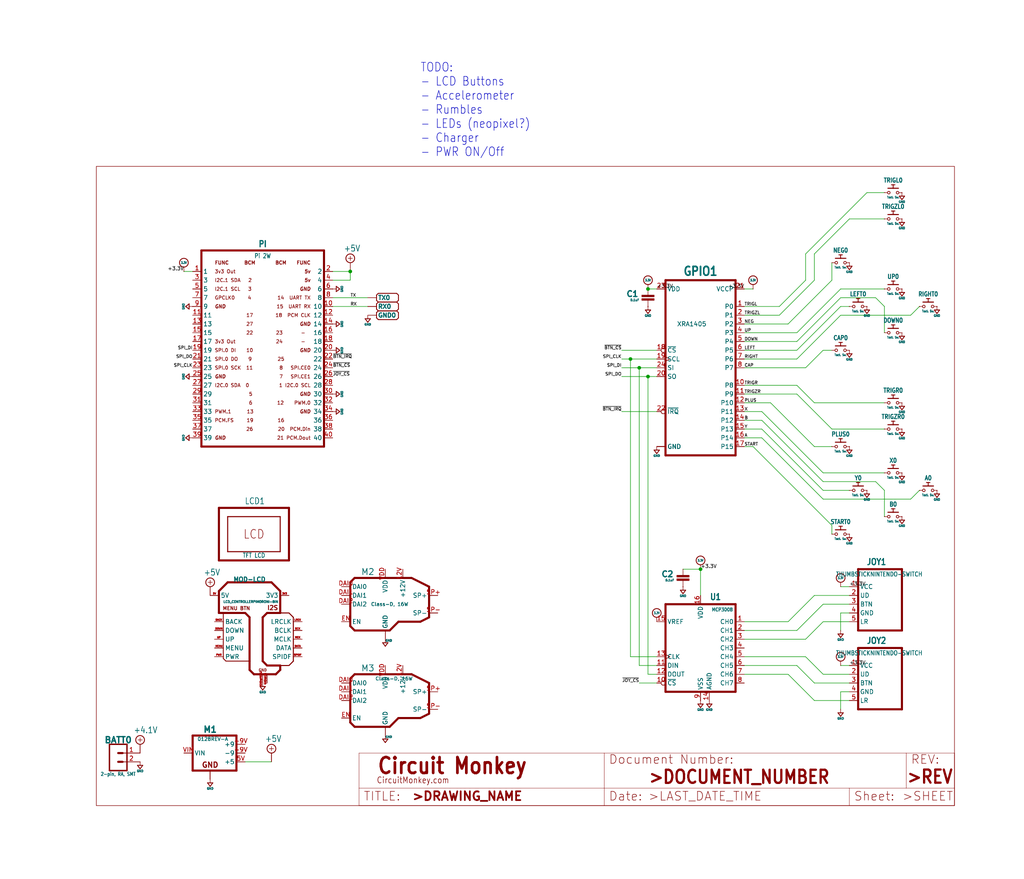
<source format=kicad_sch>
(kicad_sch (version 20211123) (generator eeschema)
  (paper "User" 297.028 254.94)
  (lib_symbols
    (symbol "umami-blade-eagle-import:+4.1V" (power)
      (property "Value" "+4.1V" (at -1.905 3.175 0))
      (symbol "+4.1V_1_0"
        (pin power_in line (at 0 -2.54 90) (length 2.54) (name "+4.1V") (number "1"))
      )
    )
    (symbol "umami-blade-eagle-import:+5V" (power)
      (property "Value" "+5V" (at -1.905 3.175 0))
      (symbol "+5V_1_0"
        (pin power_in line (at 0 -2.54 90) (length 2.54) (name "+5V") (number "1"))
      )
    )
    (symbol "umami-blade-eagle-import:0123REV-A"
      (property "Reference" "M" (at -3.048 8.382 0))
      (property "Value" "0123REV-A" (at 2.54 6.35 0))
      (symbol "0123REV-A_1_0"
        (pin bidirectional line (at 5.08 10.16 270) (length 2.54) (name "+12V") (number "12V"))
        (pin bidirectional line (at -12.7 5.08 0) (length 2.54) (name "DAI0") (number "DAI0"))
        (pin bidirectional line (at -12.7 2.54 0) (length 2.54) (name "DAI1") (number "DAI1"))
        (pin bidirectional line (at -12.7 0 0) (length 2.54) (name "DAI2") (number "DAI2"))
        (pin bidirectional line (at -12.7 -5.08 0) (length 2.54) (name "EN") (number "EN"))
        (pin bidirectional line (at 0 -10.16 90) (length 2.54) (name "GND") (number "GND"))
        (pin bidirectional line (at 0 -10.16 90) (length 2.54) (name "GND") (number "GND2"))
        (pin bidirectional line (at 15.24 2.54 180) (length 2.54) (name "SP+") (number "SP+"))
        (pin bidirectional line (at 15.24 -2.54 180) (length 2.54) (name "SP-") (number "SP-"))
        (pin bidirectional line (at 0 10.16 270) (length 2.54) (name "VDD") (number "VDD"))
      )
    )
    (symbol "umami-blade-eagle-import:0128REV-A"
      (property "Reference" "M" (at 0 9.398 0))
      (property "Value" "0128REV-A" (at 0.762 6.604 0))
      (symbol "0128REV-A_1_0"
        (text "GND" (at 0 -1.778 0) (effects (font (size 1.524 1.524) (thickness 0.3048) bold) (justify bottom)))
        (pin bidirectional line (at 10.16 5.08 180) (length 2.54) (name "+9") (number "+9V"))
        (pin bidirectional line (at 10.16 2.54 180) (length 2.54) (name "-9") (number "-9V"))
        (pin bidirectional line (at 10.16 0 180) (length 2.54) (name "+5") (number "5V"))
        (pin bidirectional line (at 0 -5.08 90) (length 2.54) (name "GND") (number "GNDI"))
        (pin bidirectional line (at 0 -5.08 90) (length 2.54) (name "GND") (number "GNDO"))
        (pin bidirectional line (at -7.62 2.54 0) (length 2.54) (name "VIN") (number "VIN"))
      )
    )
    (symbol "umami-blade-eagle-import:02PRA-SMT"
      (property "Reference" "J" (at 1.27 3.81 0))
      (property "Value" "02PRA-SMT" (at 1.27 -6.096 0))
      (symbol "02PRA-SMT_1_0"
        (pin passive line (at 7.62 0 180) (length 5.08) (name "1") (number "1"))
        (pin passive line (at 7.62 -2.54 180) (length 5.08) (name "2") (number "2"))
      )
    )
    (symbol "umami-blade-eagle-import:3.3V" (power)
      (property "Value" "3.3V" (at 0 2.54 0))
      (symbol "3.3V_1_0"
        (pin power_in line (at 0 0 90) (length 0) (name "+3.3V") (number "1"))
      )
    )
    (symbol "umami-blade-eagle-import:CAPACITOR0603"
      (property "Reference" "C" (at 2.54 0 0))
      (property "Value" "CAPACITOR0603" (at 2.54 -1.016 0))
      (symbol "CAPACITOR0603_1_0"
        (pin passive line (at 0 2.54 0) (length 0) (name "1") (number "1"))
        (pin passive line (at 0 -2.54 0) (length 0) (name "2") (number "2"))
      )
    )
    (symbol "umami-blade-eagle-import:GND" (power)
      (property "Value" "GND" (at 0 -2.667 0))
      (symbol "GND_1_0"
        (pin power_in line (at 0 0 270) (length 0) (name "GND") (number "1"))
      )
    )
    (symbol "umami-blade-eagle-import:LCD_CONTROLLERPIMORONI-8IN"
      (property "Reference" "MOD1" (at -1.27 6.35 0))
      (property "Value" "LCD_CONTROLLERPIMORONI-8IN" (at -0.9178 0.3277 0))
      (symbol "LCD_CONTROLLERPIMORONI-8IN_1_0"
        (text "GND" (at 2.54 -19.558 0) (effects (font (size 0.762 0.762) (thickness 0.1524) bold) (justify bottom)))
        (text "I2S" (at 7.112 -1.778 0) (effects (font (size 1.27 1.27) (thickness 0.254) bold) (justify right bottom)))
        (text "MENU BTN" (at -5.08 -1.778 0) (effects (font (size 1.016 1.016) (thickness 0.2032) bold) (justify bottom)))
        (pin output line (at 10.16 2.54 180) (length 2.54) (name "3V3") (number "3V3"))
        (pin power_in line (at -12.7 2.54 0) (length 2.54) (name "5V") (number "5V"))
        (pin input line (at -11.43 -5.08 0) (length 2.54) (name "BACK") (number "BACK"))
        (pin output line (at 13.97 -7.62 180) (length 2.54) (name "BCLK") (number "BCK"))
        (pin output line (at 13.97 -12.7 180) (length 2.54) (name "DATA") (number "DATA"))
        (pin input line (at -11.43 -7.62 0) (length 2.54) (name "DOWN") (number "DOWN"))
        (pin bidirectional line (at 3.81 -22.86 90) (length 2.54) (name "GND") (number "GND@I2S"))
        (pin bidirectional line (at 2.54 -22.86 90) (length 2.54) (name "GND") (number "GND@MENU"))
        (pin output line (at 13.97 -5.08 180) (length 2.54) (name "LRCLK") (number "LRCK"))
        (pin output line (at 13.97 -10.16 180) (length 2.54) (name "MCLK") (number "MCK"))
        (pin input line (at -11.43 -12.7 0) (length 2.54) (name "MENU") (number "MENU"))
        (pin input line (at -11.43 -15.24 0) (length 2.54) (name "PWR") (number "PWR"))
        (pin output line (at 13.97 -15.24 180) (length 2.54) (name "SPIDF") (number "SPIDF"))
        (pin input line (at -11.43 -10.16 0) (length 2.54) (name "UP") (number "UP"))
      )
    )
    (symbol "umami-blade-eagle-import:LCD_MOCKUPPIM372"
      (property "Reference" "LCD" (at 0.254 8.636 0))
      (property "Value" "LCD_MOCKUPPIM372" (at 0 -6.858 0))
      (symbol "LCD_MOCKUPPIM372_1_0"
        (text "LCD" (at 0 0 0) (effects (font (size 2.54 2.159))))
      )
    )
    (symbol "umami-blade-eagle-import:LETTER_L-CIRCUITMONKEY"
      (symbol "LETTER_L-CIRCUITMONKEY_2_0"
        (text ">DOCUMENT_NUMBER" (at 12.7 6.096 0) (effects (font (size 3.81 3.2385) (thickness 0.6477) bold) (justify left bottom)))
        (text ">DRAWING_NAME" (at -55.88 1.27 0) (effects (font (size 2.54 2.54) (thickness 0.508) bold) (justify left bottom)))
        (text ">LAST_DATE_TIME" (at 12.7 1.27 0) (effects (font (size 2.54 2.54)) (justify left bottom)))
        (text ">REV" (at 94.488 8.382 0) (effects (font (size 3.81 3.2385) (thickness 0.6477) bold)))
        (text ">SHEET" (at 86.36 1.27 0) (effects (font (size 2.54 2.54)) (justify left bottom)))
        (text "Circuit Monkey" (at -66.04 8.89 0) (effects (font (size 4.572 3.8862) (thickness 0.7772) bold) (justify left bottom)))
        (text "CircuitMonkey.com" (at -66.04 6.35 0) (effects (font (size 1.778 1.5113)) (justify left bottom)))
        (text "Date:" (at 1.27 1.27 0) (effects (font (size 2.54 2.54)) (justify left bottom)))
        (text "Document Number:" (at 1.27 11.938 0) (effects (font (size 2.54 2.54)) (justify left bottom)))
        (text "REV:" (at 88.9 11.938 0) (effects (font (size 2.54 2.54)) (justify left bottom)))
        (text "Sheet:" (at 72.39 1.27 0) (effects (font (size 2.54 2.54)) (justify left bottom)))
        (text "TITLE:" (at -69.85 1.27 0) (effects (font (size 2.54 2.54)) (justify left bottom)))
      )
    )
    (symbol "umami-blade-eagle-import:MCP3008SO16"
      (property "Reference" "U" (at 2.54 13.716 0))
      (property "Value" "MCP3008SO16" (at -3.556 2.54 0))
      (symbol "MCP3008SO16_1_0"
        (pin input line (at 12.7 7.62 180) (length 2.54) (name "CH0") (number "1"))
        (pin input inverted (at -12.7 -10.16 0) (length 2.54) (name "~{CS}") (number "10"))
        (pin input line (at -12.7 -5.08 0) (length 2.54) (name "DIN") (number "11"))
        (pin output line (at -12.7 -7.62 0) (length 2.54) (name "DOUT") (number "12"))
        (pin bidirectional clock (at -12.7 -2.54 0) (length 2.54) (name "CLK") (number "13"))
        (pin bidirectional line (at 2.54 -15.24 90) (length 2.54) (name "AGND") (number "14"))
        (pin input line (at -12.7 7.62 0) (length 2.54) (name "VREF") (number "15"))
        (pin bidirectional line (at 0 15.24 270) (length 2.54) (name "VDD") (number "16"))
        (pin input line (at 12.7 5.08 180) (length 2.54) (name "CH1") (number "2"))
        (pin input line (at 12.7 2.54 180) (length 2.54) (name "CH2") (number "3"))
        (pin input line (at 12.7 0 180) (length 2.54) (name "CH3") (number "4"))
        (pin input line (at 12.7 -2.54 180) (length 2.54) (name "CH4") (number "5"))
        (pin input line (at 12.7 -5.08 180) (length 2.54) (name "CH5") (number "6"))
        (pin input line (at 12.7 -7.62 180) (length 2.54) (name "CH6") (number "7"))
        (pin input line (at 12.7 -10.16 180) (length 2.54) (name "CH7") (number "8"))
        (pin bidirectional line (at 0 -15.24 90) (length 2.54) (name "VSS") (number "9"))
      )
    )
    (symbol "umami-blade-eagle-import:PADSMD-050X050"
      (property "Reference" "PAD" (at -2.286 0 0))
      (symbol "PADSMD-050X050_1_0"
        (pin bidirectional line (at -5.08 0 0) (length 2.54) (name "PAD") (number "1"))
      )
    )
    (symbol "umami-blade-eagle-import:PUSHBTN-MOMB3FS"
      (property "Reference" "SW" (at 0 2.794 0))
      (property "Value" "PUSHBTN-MOMB3FS" (at 0 -1.016 0))
      (symbol "PUSHBTN-MOMB3FS_1_0"
        (pin passive line (at -2.54 0 0) (length 0) (name "1") (number "1"))
        (pin passive line (at -2.54 0 0) (length 0) (name "1") (number "2"))
        (pin passive line (at 2.54 0 180) (length 0) (name "2") (number "3"))
        (pin passive line (at 2.54 0 180) (length 0) (name "2") (number "4"))
      )
    )
    (symbol "umami-blade-eagle-import:RASPBERRY_PI-ZERO-2W"
      (property "Reference" "PI" (at 0 27.178 0))
      (property "Value" "Pi 2W" (at 0 24.13 0))
      (symbol "RASPBERRY_PI-ZERO-2W_0_0"
        (text "             5" (at -13.97 -15.24 0) (effects (font (size 1 1)) (justify left)))
        (text "             6" (at -13.97 -17.78 0) (effects (font (size 1 1)) (justify left)))
        (text "            17" (at -13.97 7.62 0) (effects (font (size 1 1)) (justify left)))
        (text "            22" (at -13.97 2.54 0) (effects (font (size 1 1)) (justify left)))
        (text "            26" (at -13.97 -25.4 0) (effects (font (size 1 1)) (justify left)))
        (text "            27" (at -13.97 5.08 0) (effects (font (size 1 1)) (justify left)))
        (text "1 I2C.0 SCL" (at 13.97 -12.7 0) (effects (font (size 1 1)) (justify right)))
        (text "12    PWM.0" (at 13.97 -17.78 0) (effects (font (size 1 1)) (justify right)))
        (text "14  UART TX" (at 13.97 12.7 0) (effects (font (size 1 1)) (justify right)))
        (text "15  UART RX" (at 13.97 10.16 0) (effects (font (size 1 1)) (justify right)))
        (text "16          " (at 13.97 -22.86 0) (effects (font (size 1 1)) (justify right)))
        (text "18  PCM CLK" (at 13.97 7.62 0) (effects (font (size 1 1)) (justify right)))
        (text "20  PCM.Din" (at 13.97 -25.4 0) (effects (font (size 1 1)) (justify right)))
        (text "21 PCM.Dout" (at 13.97 -27.94 0) (effects (font (size 1 1)) (justify right)))
        (text "23       -  " (at 13.97 2.54 0) (effects (font (size 1 1)) (justify right)))
        (text "24       -  " (at 13.97 0 0) (effects (font (size 1 1)) (justify right)))
        (text "25          " (at 13.97 -5.08 0) (effects (font (size 1 1)) (justify right)))
        (text "3v3 Out" (at -13.97 0 0) (effects (font (size 1 1)) (justify left)))
        (text "3v3 Out" (at -13.97 20.32 0) (effects (font (size 1 1)) (justify left)))
        (text "5v" (at 13.97 17.78 0) (effects (font (size 1 1) bold italic) (justify right)))
        (text "5v" (at 13.97 20.32 0) (effects (font (size 1 1) bold italic) (justify right)))
        (text "7   SPI.CE1" (at 13.97 -10.16 0) (effects (font (size 1 1)) (justify right)))
        (text "8   SPI.CE0" (at 13.97 -7.62 0) (effects (font (size 1 1)) (justify right)))
        (text "BCM    FUNC" (at 13.97 22.86 0) (effects (font (size 1 1) bold) (justify right)))
        (text "FUNC      BCM" (at -13.97 22.86 0) (effects (font (size 1 1) bold) (justify left)))
        (text "GND" (at -13.97 -27.94 0) (effects (font (size 1 1) bold italic) (justify left)))
        (text "GND" (at -13.97 -10.16 0) (effects (font (size 1 1) bold italic) (justify left)))
        (text "GND" (at -13.97 10.16 0) (effects (font (size 1 1) bold italic) (justify left)))
        (text "GND" (at 13.97 -20.32 0) (effects (font (size 1 1) bold italic) (justify right)))
        (text "GND" (at 13.97 -15.24 0) (effects (font (size 1 1) bold italic) (justify right)))
        (text "GND" (at 13.97 -2.54 0) (effects (font (size 1 1) bold italic) (justify right)))
        (text "GND" (at 13.97 5.08 0) (effects (font (size 1 1) bold italic) (justify right)))
        (text "GND" (at 13.97 15.24 0) (effects (font (size 1 1) bold italic) (justify right)))
        (text "GPCLK0     4" (at -13.97 12.7 0) (effects (font (size 1 1)) (justify left)))
        (text "I2C.0 SDA  0" (at -13.97 -12.7 0) (effects (font (size 1 1)) (justify left)))
        (text "I2C.1 SCL   3" (at -13.97 15.24 0) (effects (font (size 1 1)) (justify left)))
        (text "I2C.1 SDA   2" (at -13.97 17.78 0) (effects (font (size 1 1)) (justify left)))
        (text "PCM.FS     19" (at -13.97 -22.86 0) (effects (font (size 1 1)) (justify left)))
        (text "PWM.1      13" (at -13.97 -20.32 0) (effects (font (size 1 1)) (justify left)))
        (text "SPI.0 DI    10" (at -13.97 -2.54 0) (effects (font (size 1 1)) (justify left)))
        (text "SPI.0 DO    9" (at -13.97 -5.08 0) (effects (font (size 1 1)) (justify left)))
        (text "SPI.0 SCK  11" (at -13.97 -7.62 0) (effects (font (size 1 1)) (justify left)))
      )
      (symbol "RASPBERRY_PI-ZERO-2W_1_0"
        (pin bidirectional line (at -20.32 20.32 0) (length 2.54) (name "1") (number "1"))
        (pin bidirectional line (at 20.32 10.16 180) (length 2.54) (name "10") (number "10"))
        (pin bidirectional line (at -20.32 7.62 0) (length 2.54) (name "11") (number "11"))
        (pin bidirectional line (at 20.32 7.62 180) (length 2.54) (name "12") (number "12"))
        (pin bidirectional line (at -20.32 5.08 0) (length 2.54) (name "13") (number "13"))
        (pin bidirectional line (at 20.32 5.08 180) (length 2.54) (name "14") (number "14"))
        (pin bidirectional line (at -20.32 2.54 0) (length 2.54) (name "15") (number "15"))
        (pin bidirectional line (at 20.32 2.54 180) (length 2.54) (name "16") (number "16"))
        (pin bidirectional line (at -20.32 0 0) (length 2.54) (name "17") (number "17"))
        (pin bidirectional line (at 20.32 0 180) (length 2.54) (name "18") (number "18"))
        (pin bidirectional line (at -20.32 -2.54 0) (length 2.54) (name "19") (number "19"))
        (pin bidirectional line (at 20.32 20.32 180) (length 2.54) (name "2") (number "2"))
        (pin bidirectional line (at 20.32 -2.54 180) (length 2.54) (name "20") (number "20"))
        (pin bidirectional line (at -20.32 -5.08 0) (length 2.54) (name "21") (number "21"))
        (pin bidirectional line (at 20.32 -5.08 180) (length 2.54) (name "22") (number "22"))
        (pin bidirectional line (at -20.32 -7.62 0) (length 2.54) (name "23") (number "23"))
        (pin bidirectional line (at 20.32 -7.62 180) (length 2.54) (name "24") (number "24"))
        (pin bidirectional line (at -20.32 -10.16 0) (length 2.54) (name "25") (number "25"))
        (pin bidirectional line (at 20.32 -10.16 180) (length 2.54) (name "26") (number "26"))
        (pin bidirectional line (at -20.32 -12.7 0) (length 2.54) (name "27") (number "27"))
        (pin bidirectional line (at 20.32 -12.7 180) (length 2.54) (name "28") (number "28"))
        (pin bidirectional line (at -20.32 -15.24 0) (length 2.54) (name "29") (number "29"))
        (pin bidirectional line (at -20.32 17.78 0) (length 2.54) (name "3") (number "3"))
        (pin bidirectional line (at 20.32 -15.24 180) (length 2.54) (name "30") (number "30"))
        (pin bidirectional line (at -20.32 -17.78 0) (length 2.54) (name "31") (number "31"))
        (pin bidirectional line (at 20.32 -17.78 180) (length 2.54) (name "32") (number "32"))
        (pin bidirectional line (at -20.32 -20.32 0) (length 2.54) (name "33") (number "33"))
        (pin bidirectional line (at 20.32 -20.32 180) (length 2.54) (name "34") (number "34"))
        (pin bidirectional line (at -20.32 -22.86 0) (length 2.54) (name "35") (number "35"))
        (pin bidirectional line (at 20.32 -22.86 180) (length 2.54) (name "36") (number "36"))
        (pin bidirectional line (at -20.32 -25.4 0) (length 2.54) (name "37") (number "37"))
        (pin bidirectional line (at 20.32 -25.4 180) (length 2.54) (name "38") (number "38"))
        (pin bidirectional line (at -20.32 -27.94 0) (length 2.54) (name "39") (number "39"))
        (pin bidirectional line (at 20.32 17.78 180) (length 2.54) (name "4") (number "4"))
        (pin bidirectional line (at 20.32 -27.94 180) (length 2.54) (name "40") (number "40"))
        (pin bidirectional line (at -20.32 15.24 0) (length 2.54) (name "5") (number "5"))
        (pin bidirectional line (at 20.32 15.24 180) (length 2.54) (name "6") (number "6"))
        (pin bidirectional line (at -20.32 12.7 0) (length 2.54) (name "7") (number "7"))
        (pin bidirectional line (at 20.32 12.7 180) (length 2.54) (name "8") (number "8"))
        (pin bidirectional line (at -20.32 10.16 0) (length 2.54) (name "9") (number "9"))
      )
    )
    (symbol "umami-blade-eagle-import:THUMBSTICKNINTENDO-SWITCH"
      (property "Reference" "JOY" (at -2.286 8.636 0))
      (property "Value" "THUMBSTICKNINTENDO-SWITCH" (at -1.524 6.858 0))
      (symbol "THUMBSTICKNINTENDO-SWITCH_1_0"
        (pin bidirectional line (at -10.16 2.54 0) (length 2.54) (name "VCC") (number "1"))
        (pin bidirectional line (at -10.16 0 0) (length 2.54) (name "UD") (number "2"))
        (pin bidirectional line (at -10.16 -2.54 0) (length 2.54) (name "BTN") (number "3"))
        (pin bidirectional line (at -10.16 -5.08 0) (length 2.54) (name "GND") (number "4"))
        (pin bidirectional line (at -10.16 -7.62 0) (length 2.54) (name "LR") (number "5"))
      )
    )
    (symbol "umami-blade-eagle-import:XRA1405IL24"
      (property "Reference" "GPIO" (at 0 28.956 0))
      (property "Value" "XRA1405IL24" (at -2.54 15.24 0))
      (symbol "XRA1405IL24_1_0"
        (pin bidirectional line (at 12.7 20.32 180) (length 2.54) (name "P0") (number "1"))
        (pin bidirectional line (at 12.7 -2.54 180) (length 2.54) (name "P8") (number "10"))
        (pin bidirectional line (at 12.7 -5.08 180) (length 2.54) (name "P9") (number "11"))
        (pin bidirectional line (at 12.7 -7.62 180) (length 2.54) (name "P10") (number "12"))
        (pin bidirectional line (at 12.7 -10.16 180) (length 2.54) (name "P11") (number "13"))
        (pin bidirectional line (at 12.7 -12.7 180) (length 2.54) (name "P12") (number "14"))
        (pin bidirectional line (at 12.7 -15.24 180) (length 2.54) (name "P13") (number "15"))
        (pin bidirectional line (at 12.7 -17.78 180) (length 2.54) (name "P14") (number "16"))
        (pin bidirectional line (at 12.7 -20.32 180) (length 2.54) (name "P15") (number "17"))
        (pin input inverted (at -12.7 7.62 0) (length 2.54) (name "~{CS}") (number "18"))
        (pin input clock (at -12.7 5.08 0) (length 2.54) (name "SCL") (number "19"))
        (pin bidirectional line (at 12.7 17.78 180) (length 2.54) (name "P1") (number "2"))
        (pin output line (at -12.7 0 0) (length 2.54) (name "SO") (number "20"))
        (pin power_in line (at 12.7 25.4 180) (length 2.54) (name "VCCP") (number "21"))
        (pin output inverted (at -12.7 -10.16 0) (length 2.54) (name "~{IRQ}") (number "22"))
        (pin power_in line (at -12.7 25.4 0) (length 2.54) (name "VDD") (number "23"))
        (pin input line (at -12.7 2.54 0) (length 2.54) (name "SI") (number "24"))
        (pin bidirectional line (at 12.7 15.24 180) (length 2.54) (name "P2") (number "3"))
        (pin bidirectional line (at 12.7 12.7 180) (length 2.54) (name "P3") (number "4"))
        (pin bidirectional line (at 12.7 10.16 180) (length 2.54) (name "P4") (number "5"))
        (pin bidirectional line (at 12.7 7.62 180) (length 2.54) (name "P5") (number "6"))
        (pin bidirectional line (at 12.7 5.08 180) (length 2.54) (name "P6") (number "7"))
        (pin bidirectional line (at 12.7 2.54 180) (length 2.54) (name "P7") (number "8"))
        (pin power_in line (at -12.7 -20.32 0) (length 2.54) (name "GND") (number "9"))
        (pin power_in line (at -12.7 -20.32 0) (length 2.54) (name "GND") (number "PAD"))
      )
    )
  )
  (junction (at 182.88 104.14))
  (junction (at 185.42 106.68))
  (junction (at 203.2 165.1))
  (junction (at 187.96 83.82))
  (junction (at 187.96 109.22))
  (junction (at 101.6 78.74))
  (wire (pts (xy 233.68 73.66) (xy 251.46 55.88)))
  (wire (pts (xy 236.22 203.2) (xy 228.6 195.58)))
  (wire (pts (xy 246.38 170.18) (xy 243.84 170.18)))
  (wire (pts (xy 190.5 119.38) (xy 180.34 119.38)))
  (wire (pts (xy 246.38 177.8) (xy 243.84 177.8)))
  (wire (pts (xy 241.3 152.4) (xy 241.3 154.94)))
  (wire (pts (xy 220.98 121.92) (xy 238.76 139.7)))
  (wire (pts (xy 71.12 220.98) (xy 78.74 220.98)))
  (wire (pts (xy 215.9 106.68) (xy 233.68 106.68)))
  (wire (pts (xy 101.6 81.28) (xy 101.6 78.74)))
  (wire (pts (xy 238.76 101.6) (xy 241.3 101.6)))
  (wire (pts (xy 233.68 185.42) (xy 238.76 180.34)))
  (wire (pts (xy 238.76 142.24) (xy 246.38 142.24)))
  (wire (pts (xy 226.06 91.44) (xy 236.22 81.28)))
  (wire (pts (xy 215.9 119.38) (xy 220.98 119.38)))
  (wire (pts (xy 236.22 198.12) (xy 231.14 193.04)))
  (wire (pts (xy 215.9 83.82) (xy 218.44 83.82)))
  (wire (pts (xy 243.84 91.44) (xy 264.16 91.44)))
  (wire (pts (xy 231.14 111.76) (xy 236.22 116.84)))
  (wire (pts (xy 190.5 190.5) (xy 182.88 190.5)))
  (wire (pts (xy 231.14 96.52) (xy 243.84 83.82)))
  (wire (pts (xy 251.46 55.88) (xy 256.54 55.88)))
  (wire (pts (xy 101.6 78.74) (xy 96.52 78.74)))
  (wire (pts (xy 231.14 193.04) (xy 215.9 193.04)))
  (wire (pts (xy 215.9 124.46) (xy 220.98 124.46)))
  (wire (pts (xy 203.2 165.1) (xy 198.12 165.1)))
  (wire (pts (xy 236.22 116.84) (xy 256.54 116.84)))
  (wire (pts (xy 226.06 88.9) (xy 233.68 81.28)))
  (wire (pts (xy 215.9 127) (xy 220.98 127)))
  (wire (pts (xy 243.84 200.66) (xy 243.84 205.74)))
  (wire (pts (xy 215.9 101.6) (xy 231.14 101.6)))
  (wire (pts (xy 243.84 88.9) (xy 246.38 88.9)))
  (wire (pts (xy 231.14 114.3) (xy 241.3 124.46)))
  (wire (pts (xy 241.3 81.28) (xy 241.3 76.2)))
  (wire (pts (xy 243.84 177.8) (xy 243.84 182.88)))
  (wire (pts (xy 190.5 83.82) (xy 187.96 83.82)))
  (wire (pts (xy 246.38 198.12) (xy 236.22 198.12)))
  (wire (pts (xy 236.22 129.54) (xy 241.3 129.54)))
  (wire (pts (xy 182.88 190.5) (xy 182.88 104.14)))
  (wire (pts (xy 246.38 172.72) (xy 236.22 172.72)))
  (wire (pts (xy 228.6 195.58) (xy 215.9 195.58)))
  (wire (pts (xy 190.5 109.22) (xy 187.96 109.22)))
  (wire (pts (xy 182.88 104.14) (xy 180.34 104.14)))
  (wire (pts (xy 228.6 180.34) (xy 215.9 180.34)))
  (wire (pts (xy 215.9 96.52) (xy 231.14 96.52)))
  (wire (pts (xy 241.3 124.46) (xy 256.54 124.46)))
  (wire (pts (xy 220.98 127) (xy 238.76 144.78)))
  (wire (pts (xy 264.16 144.78) (xy 266.7 142.24)))
  (wire (pts (xy 203.2 165.1) (xy 203.2 172.72)))
  (wire (pts (xy 106.68 88.9) (xy 96.52 88.9)))
  (wire (pts (xy 215.9 88.9) (xy 226.06 88.9)))
  (wire (pts (xy 236.22 73.66) (xy 246.38 63.5)))
  (wire (pts (xy 238.76 195.58) (xy 246.38 195.58)))
  (wire (pts (xy 220.98 119.38) (xy 238.76 137.16)))
  (wire (pts (xy 215.9 99.06) (xy 231.14 99.06)))
  (wire (pts (xy 215.9 111.76) (xy 231.14 111.76)))
  (wire (pts (xy 106.68 86.36) (xy 96.52 86.36)))
  (wire (pts (xy 238.76 137.16) (xy 256.54 137.16)))
  (wire (pts (xy 215.9 91.44) (xy 226.06 91.44)))
  (wire (pts (xy 190.5 193.04) (xy 185.42 193.04)))
  (wire (pts (xy 233.68 190.5) (xy 215.9 190.5)))
  (wire (pts (xy 246.38 175.26) (xy 238.76 175.26)))
  (wire (pts (xy 215.9 185.42) (xy 233.68 185.42)))
  (wire (pts (xy 256.54 88.9) (xy 256.54 96.52)))
  (wire (pts (xy 238.76 195.58) (xy 233.68 190.5)))
  (wire (pts (xy 246.38 193.04) (xy 243.84 193.04)))
  (wire (pts (xy 231.14 99.06) (xy 243.84 86.36)))
  (wire (pts (xy 238.76 139.7) (xy 254 139.7)))
  (wire (pts (xy 218.44 129.54) (xy 241.3 152.4)))
  (wire (pts (xy 215.9 129.54) (xy 218.44 129.54)))
  (wire (pts (xy 246.38 63.5) (xy 256.54 63.5)))
  (wire (pts (xy 238.76 180.34) (xy 246.38 180.34)))
  (wire (pts (xy 215.9 104.14) (xy 231.14 104.14)))
  (wire (pts (xy 187.96 195.58) (xy 190.5 195.58)))
  (wire (pts (xy 236.22 81.28) (xy 236.22 73.66)))
  (wire (pts (xy 215.9 114.3) (xy 231.14 114.3)))
  (wire (pts (xy 215.9 121.92) (xy 220.98 121.92)))
  (wire (pts (xy 256.54 142.24) (xy 256.54 149.86)))
  (wire (pts (xy 246.38 200.66) (xy 243.84 200.66)))
  (wire (pts (xy 238.76 144.78) (xy 264.16 144.78)))
  (wire (pts (xy 228.6 93.98) (xy 241.3 81.28)))
  (wire (pts (xy 185.42 106.68) (xy 180.34 106.68)))
  (wire (pts (xy 243.84 86.36) (xy 254 86.36)))
  (wire (pts (xy 254 139.7) (xy 256.54 142.24)))
  (wire (pts (xy 231.14 182.88) (xy 238.76 175.26)))
  (wire (pts (xy 231.14 104.14) (xy 243.84 91.44)))
  (wire (pts (xy 233.68 81.28) (xy 233.68 73.66)))
  (wire (pts (xy 182.88 104.14) (xy 190.5 104.14)))
  (wire (pts (xy 187.96 109.22) (xy 187.96 195.58)))
  (wire (pts (xy 254 86.36) (xy 256.54 88.9)))
  (wire (pts (xy 185.42 106.68) (xy 190.5 106.68)))
  (wire (pts (xy 187.96 109.22) (xy 180.34 109.22)))
  (wire (pts (xy 215.9 182.88) (xy 231.14 182.88)))
  (wire (pts (xy 96.52 81.28) (xy 101.6 81.28)))
  (wire (pts (xy 215.9 93.98) (xy 228.6 93.98)))
  (wire (pts (xy 223.52 116.84) (xy 236.22 129.54)))
  (wire (pts (xy 215.9 116.84) (xy 223.52 116.84)))
  (wire (pts (xy 220.98 124.46) (xy 238.76 142.24)))
  (wire (pts (xy 236.22 172.72) (xy 228.6 180.34)))
  (wire (pts (xy 190.5 101.6) (xy 180.34 101.6)))
  (wire (pts (xy 264.16 91.44) (xy 266.7 88.9)))
  (wire (pts (xy 233.68 106.68) (xy 238.76 101.6)))
  (wire (pts (xy 53.34 78.74) (xy 55.88 78.74)))
  (wire (pts (xy 231.14 101.6) (xy 243.84 88.9)))
  (wire (pts (xy 246.38 203.2) (xy 236.22 203.2)))
  (wire (pts (xy 190.5 198.12) (xy 185.42 198.12)))
  (wire (pts (xy 243.84 83.82) (xy 256.54 83.82)))
  (wire (pts (xy 185.42 193.04) (xy 185.42 106.68)))
  (text "TODO:\n- LCD Buttons\n- Accelerometer\n- Rumbles\n- LEDs (neopixel?)\n- Charger\n- PWR ON/Off" (at 121.92 45.72 180) (effects (font (size 2.54 2.159)) (justify left bottom)))
  (label "+3.3V" (at 246.38 193.04 0) (effects (font (size 1.016 1.016))))
  (label "RIGHT" (at 215.9 104.14 0) (effects (font (size 0.889 0.889))))
  (label "B" (at 215.9 121.92 0) (effects (font (size 0.889 0.889))))
  (label "CAP" (at 215.9 106.68 0) (effects (font (size 0.889 0.889))))
  (label "TRIGZR" (at 215.9 114.3 0) (effects (font (size 0.889 0.889))))
  (label "TRIGZL" (at 215.9 91.44 0) (effects (font (size 0.889 0.889))))
  (label "NEG" (at 215.9 93.98 0) (effects (font (size 0.889 0.889))))
  (label "Y" (at 215.9 124.46 0) (effects (font (size 0.889 0.889))))
  (label "LEFT" (at 215.9 101.6 0) (effects (font (size 0.889 0.889))))
  (label "+3.3V" (at 53.34 78.74 180) (effects (font (size 1.016 1.016))))
  (label "+3.3V" (at 190.5 83.82 0) (effects (font (size 1.016 1.016))))
  (label "~{JOY_CS}" (at 96.52 109.22 0) (effects (font (size 0.889 0.889))))
  (label "A" (at 215.9 127 0) (effects (font (size 0.889 0.889))))
  (label "SPI_CLK" (at 180.34 104.14 180) (effects (font (size 0.889 0.889))))
  (label "X" (at 215.9 119.38 0) (effects (font (size 0.889 0.889))))
  (label "UP" (at 215.9 96.52 0) (effects (font (size 0.889 0.889))))
  (label "TRIGL" (at 215.9 88.9 0) (effects (font (size 0.889 0.889))))
  (label "~{BTN_CS}" (at 180.34 101.6 180) (effects (font (size 0.889 0.889))))
  (label "PLUS" (at 215.9 116.84 0) (effects (font (size 0.889 0.889))))
  (label "~{BTN_IRQ}" (at 96.52 104.14 0) (effects (font (size 0.889 0.889))))
  (label "RX" (at 101.6 88.9 0) (effects (font (size 0.889 0.889))))
  (label "START" (at 215.9 129.54 0) (effects (font (size 0.889 0.889))))
  (label "SPI_DI" (at 55.88 101.6 180) (effects (font (size 0.889 0.889))))
  (label "SPI_CLK" (at 55.88 106.68 180) (effects (font (size 0.889 0.889))))
  (label "DOWN" (at 215.9 99.06 0) (effects (font (size 0.889 0.889))))
  (label "SPI_DI" (at 180.34 106.68 180) (effects (font (size 0.889 0.889))))
  (label "+3.3V" (at 246.38 170.18 0) (effects (font (size 1.016 1.016))))
  (label "TX" (at 101.6 86.36 0) (effects (font (size 0.889 0.889))))
  (label "~{JOY_CS}" (at 185.42 198.12 180) (effects (font (size 0.889 0.889))))
  (label "SPI_DO" (at 55.88 104.14 180) (effects (font (size 0.889 0.889))))
  (label "SPI_DO" (at 180.34 109.22 180) (effects (font (size 0.889 0.889))))
  (label "+3.3V" (at 203.2 165.1 0) (effects (font (size 1.016 1.016))))
  (label "~{BTN_CS}" (at 96.52 106.68 0) (effects (font (size 0.889 0.889))))
  (label "+3.3V" (at 215.9 83.82 180) (effects (font (size 1.016 1.016))))
  (label "~{BTN_IRQ}" (at 180.34 119.38 180) (effects (font (size 0.889 0.889))))
  (label "TRIGR" (at 215.9 111.76 0) (effects (font (size 0.889 0.889))))
  (symbol (lib_id "umami-blade-eagle-import:GND") (at 190.5 129.54 0) (unit 1)
    (property "Reference" "#SUPPLY2" (effects hide))
    (property "Value" "GND" (at 190.5 132.207 0) (effects (font (size 0.6096 0.6096))))
    (property "Footprint" "umami-blade:" (effects hide))
  )
  (symbol (lib_id "umami-blade-eagle-import:GND") (at 246.38 76.2 0) (unit 1)
    (property "Reference" "#SUPPLY5" (effects hide))
    (property "Value" "GND" (at 246.38 78.867 0) (effects (font (size 0.6096 0.6096))))
    (property "Footprint" "umami-blade:" (effects hide))
  )
  (symbol (lib_id "umami-blade-eagle-import:GND") (at 187.96 88.9 0) (unit 1)
    (property "Reference" "#SUPPLY19" (effects hide))
    (property "Value" "GND" (at 187.96 91.567 0) (effects (font (size 0.6096 0.6096))))
    (property "Footprint" "umami-blade:" (effects hide))
  )
  (symbol (lib_id "umami-blade-eagle-import:PUSHBTN-MOMB3FS") (at 259.08 63.5 0) (unit 1)
    (property "Reference" "TRIGZL0" (at 259.08 60.706 0) (effects (font (size 1.27 1.0795) bold) (justify bottom)))
    (property "Value" "Tact. Sw." (at 259.08 64.516 0) (effects (font (size 0.6096 0.5181)) (justify top)))
    (property "Footprint" "umami-blade:B3FS" (effects hide))
  )
  (symbol (lib_id "umami-blade-eagle-import:GND") (at 106.68 91.44 0) (unit 1)
    (property "Reference" "#SUPPLY45" (effects hide))
    (property "Value" "GND" (at 106.68 94.107 0) (effects (font (size 0.6096 0.6096))))
    (property "Footprint" "umami-blade:" (effects hide))
  )
  (symbol (lib_id "umami-blade-eagle-import:3.3V") (at 243.84 170.18 0) (unit 1)
    (property "Reference" "#SUPPLY23" (effects hide))
    (property "Value" "3.3V" (at 243.84 167.64 0) (effects (font (size 0.6096 0.5181))))
    (property "Footprint" "umami-blade:" (effects hide))
  )
  (symbol (lib_id "umami-blade-eagle-import:GND") (at 203.2 203.2 0) (unit 1)
    (property "Reference" "#SUPPLY28" (effects hide))
    (property "Value" "GND" (at 203.2 205.867 0) (effects (font (size 0.6096 0.6096))))
    (property "Footprint" "umami-blade:" (effects hide))
  )
  (symbol (lib_id "umami-blade-eagle-import:GND") (at 261.62 55.88 0) (unit 1)
    (property "Reference" "#SUPPLY3" (effects hide))
    (property "Value" "GND" (at 261.62 58.547 0) (effects (font (size 0.6096 0.6096))))
    (property "Footprint" "umami-blade:" (effects hide))
  )
  (symbol (lib_id "umami-blade-eagle-import:LETTER_L-CIRCUITMONKEY") (at 27.94 233.68 0) (unit 1)
    (property "Reference" "#U$1" (effects hide))
    (property "Value" "LETTER_L-CIRCUITMONKEY" (effects hide))
    (property "Footprint" "umami-blade:" (effects hide))
  )
  (symbol (lib_id "umami-blade-eagle-import:CAPACITOR0603") (at 187.96 86.36 0) (mirror y) (unit 1)
    (property "Reference" "C1" (at 185.42 86.36 0) (effects (font (size 1.6764 1.6764) bold) (justify left bottom)))
    (property "Value" "0.1uF" (at 185.42 87.376 0) (effects (font (size 0.6096 0.6096)) (justify left bottom)))
    (property "Footprint" "umami-blade:0603-CAP" (effects hide))
  )
  (symbol (lib_id "umami-blade-eagle-import:PUSHBTN-MOMB3FS") (at 243.84 101.6 0) (unit 1)
    (property "Reference" "CAP0" (at 243.84 98.806 0) (effects (font (size 1.27 1.0795) bold) (justify bottom)))
    (property "Value" "Tact. Sw." (at 243.84 102.616 0) (effects (font (size 0.6096 0.5181)) (justify top)))
    (property "Footprint" "umami-blade:B3FS" (effects hide))
  )
  (symbol (lib_id "umami-blade-eagle-import:GND") (at 96.52 119.38 90) (unit 1)
    (property "Reference" "#SUPPLY39" (effects hide))
    (property "Value" "GND" (at 99.187 119.38 0) (effects (font (size 0.6096 0.6096))))
    (property "Footprint" "umami-blade:" (effects hide))
  )
  (symbol (lib_id "umami-blade-eagle-import:GND") (at 243.84 182.88 0) (unit 1)
    (property "Reference" "#SUPPLY21" (effects hide))
    (property "Value" "GND" (at 243.84 185.547 0) (effects (font (size 0.6096 0.6096))))
    (property "Footprint" "umami-blade:" (effects hide))
  )
  (symbol (lib_id "umami-blade-eagle-import:GND") (at 261.62 137.16 0) (unit 1)
    (property "Reference" "#SUPPLY14" (effects hide))
    (property "Value" "GND" (at 261.62 139.827 0) (effects (font (size 0.6096 0.6096))))
    (property "Footprint" "umami-blade:" (effects hide))
  )
  (symbol (lib_id "umami-blade-eagle-import:GND") (at 205.74 203.2 0) (unit 1)
    (property "Reference" "#SUPPLY27" (effects hide))
    (property "Value" "GND" (at 205.74 205.867 0) (effects (font (size 0.6096 0.6096))))
    (property "Footprint" "umami-blade:" (effects hide))
  )
  (symbol (lib_id "umami-blade-eagle-import:GND") (at 55.88 88.9 270) (unit 1)
    (property "Reference" "#SUPPLY34" (effects hide))
    (property "Value" "GND" (at 53.213 88.9 0) (effects (font (size 0.6096 0.6096))))
    (property "Footprint" "umami-blade:" (effects hide))
  )
  (symbol (lib_id "umami-blade-eagle-import:PUSHBTN-MOMB3FS") (at 259.08 55.88 0) (unit 1)
    (property "Reference" "TRIGL0" (at 259.08 53.086 0) (effects (font (size 1.27 1.0795) bold) (justify bottom)))
    (property "Value" "Tact. Sw." (at 259.08 56.896 0) (effects (font (size 0.6096 0.5181)) (justify top)))
    (property "Footprint" "umami-blade:B3FS" (effects hide))
  )
  (symbol (lib_id "umami-blade-eagle-import:GND") (at 251.46 142.24 0) (unit 1)
    (property "Reference" "#SUPPLY15" (effects hide))
    (property "Value" "GND" (at 251.46 144.907 0) (effects (font (size 0.6096 0.6096))))
    (property "Footprint" "umami-blade:" (effects hide))
  )
  (symbol (lib_id "umami-blade-eagle-import:PUSHBTN-MOMB3FS") (at 243.84 154.94 0) (unit 1)
    (property "Reference" "START0" (at 243.84 152.146 0) (effects (font (size 1.27 1.0795) bold) (justify bottom)))
    (property "Value" "Tact. Sw." (at 243.84 155.956 0) (effects (font (size 0.6096 0.5181)) (justify top)))
    (property "Footprint" "umami-blade:B3FS" (effects hide))
  )
  (symbol (lib_id "umami-blade-eagle-import:GND") (at 198.12 170.18 0) (unit 1)
    (property "Reference" "#SUPPLY46" (effects hide))
    (property "Value" "GND" (at 198.12 172.847 0) (effects (font (size 0.6096 0.6096))))
    (property "Footprint" "umami-blade:" (effects hide))
  )
  (symbol (lib_id "umami-blade-eagle-import:GND") (at 271.78 88.9 0) (unit 1)
    (property "Reference" "#SUPPLY8" (effects hide))
    (property "Value" "GND" (at 271.78 91.567 0) (effects (font (size 0.6096 0.6096))))
    (property "Footprint" "umami-blade:" (effects hide))
  )
  (symbol (lib_id "umami-blade-eagle-import:PUSHBTN-MOMB3FS") (at 243.84 76.2 0) (unit 1)
    (property "Reference" "NEG0" (at 243.84 73.406 0) (effects (font (size 1.27 1.0795) bold) (justify bottom)))
    (property "Value" "Tact. Sw." (at 243.84 77.216 0) (effects (font (size 0.6096 0.5181)) (justify top)))
    (property "Footprint" "umami-blade:B3FS" (effects hide))
  )
  (symbol (lib_id "umami-blade-eagle-import:PADSMD-050X050") (at 111.76 88.9 0) (unit 1)
    (property "Reference" "RX0" (at 109.474 88.9 0) (effects (font bold) (justify left)))
    (property "Value" "PADSMD-050X050" (effects hide))
    (property "Footprint" "umami-blade:SMD-050X050" (effects hide))
  )
  (symbol (lib_id "umami-blade-eagle-import:PUSHBTN-MOMB3FS") (at 243.84 129.54 0) (unit 1)
    (property "Reference" "PLUS0" (at 243.84 126.746 0) (effects (font (size 1.27 1.0795) bold) (justify bottom)))
    (property "Value" "Tact. Sw." (at 243.84 130.556 0) (effects (font (size 0.6096 0.5181)) (justify top)))
    (property "Footprint" "umami-blade:B3FS" (effects hide))
  )
  (symbol (lib_id "umami-blade-eagle-import:PADSMD-050X050") (at 111.76 91.44 0) (unit 1)
    (property "Reference" "GND0" (at 109.474 91.44 0) (effects (font bold) (justify left)))
    (property "Value" "PADSMD-050X050" (effects hide))
    (property "Footprint" "umami-blade:SMD-050X050" (effects hide))
  )
  (symbol (lib_id "umami-blade-eagle-import:PUSHBTN-MOMB3FS") (at 259.08 137.16 0) (unit 1)
    (property "Reference" "X0" (at 259.08 134.366 0) (effects (font (size 1.27 1.0795) bold) (justify bottom)))
    (property "Value" "Tact. Sw." (at 259.08 138.176 0) (effects (font (size 0.6096 0.5181)) (justify top)))
    (property "Footprint" "umami-blade:B3FS" (effects hide))
  )
  (symbol (lib_id "umami-blade-eagle-import:GND") (at 271.78 142.24 0) (unit 1)
    (property "Reference" "#SUPPLY16" (effects hide))
    (property "Value" "GND" (at 271.78 144.907 0) (effects (font (size 0.6096 0.6096))))
    (property "Footprint" "umami-blade:" (effects hide))
  )
  (symbol (lib_id "umami-blade-eagle-import:GND") (at 261.62 83.82 0) (unit 1)
    (property "Reference" "#SUPPLY6" (effects hide))
    (property "Value" "GND" (at 261.62 86.487 0) (effects (font (size 0.6096 0.6096))))
    (property "Footprint" "umami-blade:" (effects hide))
  )
  (symbol (lib_id "umami-blade-eagle-import:GND") (at 261.62 96.52 0) (unit 1)
    (property "Reference" "#SUPPLY9" (effects hide))
    (property "Value" "GND" (at 261.62 99.187 0) (effects (font (size 0.6096 0.6096))))
    (property "Footprint" "umami-blade:" (effects hide))
  )
  (symbol (lib_id "umami-blade-eagle-import:GND") (at 243.84 205.74 0) (unit 1)
    (property "Reference" "#SUPPLY22" (effects hide))
    (property "Value" "GND" (at 243.84 208.407 0) (effects (font (size 0.6096 0.6096))))
    (property "Footprint" "umami-blade:" (effects hide))
  )
  (symbol (lib_id "umami-blade-eagle-import:02PRA-SMT") (at 33.02 218.44 0) (unit 1)
    (property "Reference" "BATT0" (at 34.29 214.63 0) (effects (font (size 1.778 1.778) bold)))
    (property "Value" "2-pin, RA, SMT" (at 34.29 224.536 0) (effects (font (size 1.016 0.8636))))
    (property "Footprint" "umami-blade:S2B-PH-SM4-" (effects hide))
  )
  (symbol (lib_id "umami-blade-eagle-import:GND") (at 60.96 226.06 0) (unit 1)
    (property "Reference" "#SUPPLY43" (effects hide))
    (property "Value" "GND" (at 60.96 228.727 0) (effects (font (size 0.6096 0.6096))))
    (property "Footprint" "umami-blade:" (effects hide))
  )
  (symbol (lib_id "umami-blade-eagle-import:GND") (at 111.76 213.36 0) (unit 1)
    (property "Reference" "#SUPPLY48" (effects hide))
    (property "Value" "GND" (at 112.776 213.741 0) (effects (font (size 0.6096 0.6096))))
    (property "Footprint" "umami-blade:" (effects hide))
  )
  (symbol (lib_id "umami-blade-eagle-import:THUMBSTICKNINTENDO-SWITCH") (at 256.54 195.58 0) (unit 1)
    (property "Reference" "JOY2" (at 254.254 186.944 0) (effects (font (size 1.778 1.5113) bold) (justify bottom)))
    (property "Value" "THUMBSTICKNINTENDO-SWITCH" (at 255.016 188.722 0) (effects (font (size 1.27 1.0795)) (justify top)))
    (property "Footprint" "umami-blade:NINTENDO-JOYCON" (effects hide))
  )
  (symbol (lib_id "umami-blade-eagle-import:3.3V") (at 243.84 193.04 0) (unit 1)
    (property "Reference" "#SUPPLY24" (effects hide))
    (property "Value" "3.3V" (at 243.84 190.5 0) (effects (font (size 0.6096 0.5181))))
    (property "Footprint" "umami-blade:" (effects hide))
  )
  (symbol (lib_id "umami-blade-eagle-import:GND") (at 246.38 154.94 0) (unit 1)
    (property "Reference" "#SUPPLY18" (effects hide))
    (property "Value" "GND" (at 246.38 157.607 0) (effects (font (size 0.6096 0.6096))))
    (property "Footprint" "umami-blade:" (effects hide))
  )
  (symbol (lib_id "umami-blade-eagle-import:GND") (at 261.62 149.86 0) (unit 1)
    (property "Reference" "#SUPPLY17" (effects hide))
    (property "Value" "GND" (at 261.62 152.527 0) (effects (font (size 0.6096 0.6096))))
    (property "Footprint" "umami-blade:" (effects hide))
  )
  (symbol (lib_id "umami-blade-eagle-import:GND") (at 55.88 109.22 270) (unit 1)
    (property "Reference" "#SUPPLY32" (effects hide))
    (property "Value" "GND" (at 53.213 109.22 0) (effects (font (size 0.6096 0.6096))))
    (property "Footprint" "umami-blade:" (effects hide))
  )
  (symbol (lib_id "umami-blade-eagle-import:PUSHBTN-MOMB3FS") (at 259.08 96.52 0) (unit 1)
    (property "Reference" "DOWN0" (at 259.08 93.726 0) (effects (font (size 1.27 1.0795) bold) (justify bottom)))
    (property "Value" "Tact. Sw." (at 259.08 97.536 0) (effects (font (size 0.6096 0.5181)) (justify top)))
    (property "Footprint" "umami-blade:B3FS" (effects hide))
  )
  (symbol (lib_id "umami-blade-eagle-import:PUSHBTN-MOMB3FS") (at 269.24 88.9 0) (unit 1)
    (property "Reference" "RIGHT0" (at 269.24 86.106 0) (effects (font (size 1.27 1.0795) bold) (justify bottom)))
    (property "Value" "Tact. Sw." (at 269.24 89.916 0) (effects (font (size 0.6096 0.5181)) (justify top)))
    (property "Footprint" "umami-blade:B3FS" (effects hide))
  )
  (symbol (lib_id "umami-blade-eagle-import:GND") (at 76.2 198.12 0) (unit 1)
    (property "Reference" "#SUPPLY30" (effects hide))
    (property "Value" "GND" (at 76.2 200.787 0) (effects (font (size 0.6096 0.6096))))
    (property "Footprint" "umami-blade:" (effects hide))
  )
  (symbol (lib_id "umami-blade-eagle-import:PUSHBTN-MOMB3FS") (at 248.92 142.24 0) (unit 1)
    (property "Reference" "Y0" (at 248.92 139.446 0) (effects (font (size 1.27 1.0795) bold) (justify bottom)))
    (property "Value" "Tact. Sw." (at 248.92 143.256 0) (effects (font (size 0.6096 0.5181)) (justify top)))
    (property "Footprint" "umami-blade:B3FS" (effects hide))
  )
  (symbol (lib_id "umami-blade-eagle-import:3.3V") (at 203.2 165.1 0) (unit 1)
    (property "Reference" "#SUPPLY25" (effects hide))
    (property "Value" "3.3V" (at 203.2 162.56 0) (effects (font (size 0.6096 0.5181))))
    (property "Footprint" "umami-blade:" (effects hide))
  )
  (symbol (lib_id "umami-blade-eagle-import:RASPBERRY_PI-ZERO-2W") (at 76.2 99.06 0) (unit 1)
    (property "Reference" "PI" (at 76.2 71.882 0) (effects (font (size 1.778 1.5113) bold) (justify bottom)))
    (property "Value" "Pi 2W" (at 76.2 74.93 0) (effects (font (size 1.27 1.0795)) (justify bottom)))
    (property "Footprint" "umami-blade:PI-ZERO-2W" (effects hide))
  )
  (symbol (lib_id "umami-blade-eagle-import:PUSHBTN-MOMB3FS") (at 248.92 88.9 0) (unit 1)
    (property "Reference" "LEFT0" (at 248.92 86.106 0) (effects (font (size 1.27 1.0795) bold) (justify bottom)))
    (property "Value" "Tact. Sw." (at 248.92 89.916 0) (effects (font (size 0.6096 0.5181)) (justify top)))
    (property "Footprint" "umami-blade:B3FS" (effects hide))
  )
  (symbol (lib_id "umami-blade-eagle-import:GND") (at 261.62 124.46 0) (unit 1)
    (property "Reference" "#SUPPLY12" (effects hide))
    (property "Value" "GND" (at 261.62 127.127 0) (effects (font (size 0.6096 0.6096))))
    (property "Footprint" "umami-blade:" (effects hide))
  )
  (symbol (lib_id "umami-blade-eagle-import:GND") (at 96.52 93.98 90) (unit 1)
    (property "Reference" "#SUPPLY37" (effects hide))
    (property "Value" "GND" (at 99.187 93.98 0) (effects (font (size 0.6096 0.6096))))
    (property "Footprint" "umami-blade:" (effects hide))
  )
  (symbol (lib_id "umami-blade-eagle-import:PUSHBTN-MOMB3FS") (at 259.08 124.46 0) (unit 1)
    (property "Reference" "TRIGZR0" (at 259.08 121.666 0) (effects (font (size 1.27 1.0795) bold) (justify bottom)))
    (property "Value" "Tact. Sw." (at 259.08 125.476 0) (effects (font (size 0.6096 0.5181)) (justify top)))
    (property "Footprint" "umami-blade:B3FS" (effects hide))
  )
  (symbol (lib_id "umami-blade-eagle-import:GND") (at 96.52 83.82 90) (unit 1)
    (property "Reference" "#SUPPLY35" (effects hide))
    (property "Value" "GND" (at 99.187 83.82 0) (effects (font (size 0.6096 0.6096))))
    (property "Footprint" "umami-blade:" (effects hide))
  )
  (symbol (lib_id "umami-blade-eagle-import:GND") (at 246.38 129.54 0) (unit 1)
    (property "Reference" "#SUPPLY13" (effects hide))
    (property "Value" "GND" (at 246.38 132.207 0) (effects (font (size 0.6096 0.6096))))
    (property "Footprint" "umami-blade:" (effects hide))
  )
  (symbol (lib_id "umami-blade-eagle-import:GND") (at 111.76 185.42 0) (unit 1)
    (property "Reference" "#SUPPLY44" (effects hide))
    (property "Value" "GND" (at 112.776 185.801 0) (effects (font (size 0.6096 0.6096))))
    (property "Footprint" "umami-blade:" (effects hide))
  )
  (symbol (lib_id "umami-blade-eagle-import:0123REV-A") (at 111.76 203.2 0) (unit 1)
    (property "Reference" "M3" (at 108.712 194.818 0) (effects (font (size 1.778 1.778)) (justify right bottom)))
    (property "Value" "Class-D, 16W" (at 114.3 196.85 0) (effects (font (size 1.016 1.016))))
    (property "Footprint" "umami-blade:0123A" (effects hide))
  )
  (symbol (lib_id "umami-blade-eagle-import:0123REV-A") (at 111.76 175.26 0) (unit 1)
    (property "Reference" "M2" (at 108.712 166.878 0) (effects (font (size 1.778 1.778)) (justify right bottom)))
    (property "Value" "Class-D, 16W" (at 113.03 175.26 0) (effects (font (size 1.016 1.016))))
    (property "Footprint" "umami-blade:0123A" (effects hide))
  )
  (symbol (lib_id "umami-blade-eagle-import:3.3V") (at 190.5 180.34 0) (unit 1)
    (property "Reference" "#SUPPLY26" (effects hide))
    (property "Value" "3.3V" (at 190.5 177.8 0) (effects (font (size 0.6096 0.5181))))
    (property "Footprint" "umami-blade:" (effects hide))
  )
  (symbol (lib_id "umami-blade-eagle-import:+5V") (at 101.6 76.2 0) (unit 1)
    (property "Reference" "#SUPPLY42" (effects hide))
    (property "Value" "+5V" (at 99.695 73.025 0) (effects (font (size 1.778 1.5113)) (justify left bottom)))
    (property "Footprint" "umami-blade:" (effects hide))
  )
  (symbol (lib_id "umami-blade-eagle-import:+4.1V") (at 40.64 215.9 0) (unit 1)
    (property "Reference" "#SUPPLY29" (effects hide))
    (property "Value" "+4.1V" (at 38.735 212.725 0) (effects (font (size 1.778 1.5113)) (justify left bottom)))
    (property "Footprint" "umami-blade:" (effects hide))
  )
  (symbol (lib_id "umami-blade-eagle-import:CAPACITOR0603") (at 198.12 167.64 0) (mirror y) (unit 1)
    (property "Reference" "C2" (at 195.58 167.64 0) (effects (font (size 1.6764 1.6764) bold) (justify left bottom)))
    (property "Value" "0.1uF" (at 195.58 168.656 0) (effects (font (size 0.6096 0.6096)) (justify left bottom)))
    (property "Footprint" "umami-blade:0603-CAP" (effects hide))
  )
  (symbol (lib_id "umami-blade-eagle-import:LCD_MOCKUPPIM372") (at 73.66 154.94 0) (unit 1)
    (property "Reference" "LCD1" (at 73.914 146.304 0) (effects (font (size 1.778 1.5113)) (justify bottom)))
    (property "Value" "TFT LCD" (at 73.66 161.798 0) (effects (font (size 1.27 1.0795)) (justify bottom)))
    (property "Footprint" "umami-blade:PIMORONI_PIM372" (effects hide))
  )
  (symbol (lib_id "umami-blade-eagle-import:PUSHBTN-MOMB3FS") (at 259.08 149.86 0) (unit 1)
    (property "Reference" "B0" (at 259.08 147.066 0) (effects (font (size 1.27 1.0795) bold) (justify bottom)))
    (property "Value" "Tact. Sw." (at 259.08 150.876 0) (effects (font (size 0.6096 0.5181)) (justify top)))
    (property "Footprint" "umami-blade:B3FS" (effects hide))
  )
  (symbol (lib_id "umami-blade-eagle-import:PUSHBTN-MOMB3FS") (at 259.08 116.84 0) (unit 1)
    (property "Reference" "TRIGR0" (at 259.08 114.046 0) (effects (font (size 1.27 1.0795) bold) (justify bottom)))
    (property "Value" "Tact. Sw." (at 259.08 117.856 0) (effects (font (size 0.6096 0.5181)) (justify top)))
    (property "Footprint" "umami-blade:B3FS" (effects hide))
  )
  (symbol (lib_id "umami-blade-eagle-import:THUMBSTICKNINTENDO-SWITCH") (at 256.54 172.72 0) (unit 1)
    (property "Reference" "JOY1" (at 254.254 164.084 0) (effects (font (size 1.778 1.5113) bold) (justify bottom)))
    (property "Value" "THUMBSTICKNINTENDO-SWITCH" (at 255.016 165.862 0) (effects (font (size 1.27 1.0795)) (justify top)))
    (property "Footprint" "umami-blade:NINTENDO-JOYCON" (effects hide))
  )
  (symbol (lib_id "umami-blade-eagle-import:LCD_CONTROLLERPIMORONI-8IN") (at 73.66 175.26 0) (unit 1)
    (property "Reference" "MOD-LCD" (at 72.39 168.91 0) (effects (font bold) (justify bottom)))
    (property "Value" "LCD_CONTROLLERPIMORONI-8IN" (at 72.7422 174.9323 0) (effects (font (size 0.66 0.66)) (justify bottom)))
    (property "Footprint" "umami-blade:PIMORONI-LCD-CONTROLLER" (effects hide))
  )
  (symbol (lib_id "umami-blade-eagle-import:PUSHBTN-MOMB3FS") (at 269.24 142.24 0) (unit 1)
    (property "Reference" "A0" (at 269.24 139.446 0) (effects (font (size 1.27 1.0795) bold) (justify bottom)))
    (property "Value" "Tact. Sw." (at 269.24 143.256 0) (effects (font (size 0.6096 0.5181)) (justify top)))
    (property "Footprint" "umami-blade:B3FS" (effects hide))
  )
  (symbol (lib_id "umami-blade-eagle-import:3.3V") (at 53.34 78.74 0) (unit 1)
    (property "Reference" "#SUPPLY47" (effects hide))
    (property "Value" "3.3V" (at 53.34 76.2 0) (effects (font (size 0.6096 0.5181))))
    (property "Footprint" "umami-blade:" (effects hide))
  )
  (symbol (lib_id "umami-blade-eagle-import:0128REV-A") (at 60.96 220.98 0) (unit 1)
    (property "Reference" "M1" (at 60.96 211.582 0) (effects (font (size 1.778 1.778) bold)))
    (property "Value" "0128REV-A" (at 61.722 214.376 0) (effects (font (size 1.016 1.016))))
    (property "Footprint" "umami-blade:0128A" (effects hide))
  )
  (symbol (lib_id "umami-blade-eagle-import:GND") (at 55.88 127 270) (unit 1)
    (property "Reference" "#SUPPLY33" (effects hide))
    (property "Value" "GND" (at 53.213 127 0) (effects (font (size 0.6096 0.6096))))
    (property "Footprint" "umami-blade:" (effects hide))
  )
  (symbol (lib_id "umami-blade-eagle-import:GND") (at 261.62 63.5 0) (unit 1)
    (property "Reference" "#SUPPLY4" (effects hide))
    (property "Value" "GND" (at 261.62 66.167 0) (effects (font (size 0.6096 0.6096))))
    (property "Footprint" "umami-blade:" (effects hide))
  )
  (symbol (lib_id "umami-blade-eagle-import:3.3V") (at 187.96 83.82 0) (unit 1)
    (property "Reference" "#SUPPLY1" (effects hide))
    (property "Value" "3.3V" (at 187.96 81.28 0) (effects (font (size 0.6096 0.5181))))
    (property "Footprint" "umami-blade:" (effects hide))
  )
  (symbol (lib_id "umami-blade-eagle-import:GND") (at 246.38 101.6 0) (unit 1)
    (property "Reference" "#SUPPLY10" (effects hide))
    (property "Value" "GND" (at 246.38 104.267 0) (effects (font (size 0.6096 0.6096))))
    (property "Footprint" "umami-blade:" (effects hide))
  )
  (symbol (lib_id "umami-blade-eagle-import:GND") (at 96.52 101.6 90) (unit 1)
    (property "Reference" "#SUPPLY36" (effects hide))
    (property "Value" "GND" (at 99.187 101.6 0) (effects (font (size 0.6096 0.6096))))
    (property "Footprint" "umami-blade:" (effects hide))
  )
  (symbol (lib_id "umami-blade-eagle-import:GND") (at 40.64 220.98 0) (unit 1)
    (property "Reference" "#SUPPLY31" (effects hide))
    (property "Value" "GND" (at 40.64 223.647 0) (effects (font (size 0.6096 0.6096))))
    (property "Footprint" "umami-blade:" (effects hide))
  )
  (symbol (lib_id "umami-blade-eagle-import:+5V") (at 60.96 170.18 0) (unit 1)
    (property "Reference" "#SUPPLY41" (effects hide))
    (property "Value" "+5V" (at 59.055 167.005 0) (effects (font (size 1.778 1.5113)) (justify left bottom)))
    (property "Footprint" "umami-blade:" (effects hide))
  )
  (symbol (lib_id "umami-blade-eagle-import:GND") (at 251.46 88.9 0) (unit 1)
    (property "Reference" "#SUPPLY7" (effects hide))
    (property "Value" "GND" (at 251.46 91.567 0) (effects (font (size 0.6096 0.6096))))
    (property "Footprint" "umami-blade:" (effects hide))
  )
  (symbol (lib_id "umami-blade-eagle-import:3.3V") (at 218.44 83.82 0) (unit 1)
    (property "Reference" "#SUPPLY20" (effects hide))
    (property "Value" "3.3V" (at 218.44 81.28 0) (effects (font (size 0.6096 0.5181))))
    (property "Footprint" "umami-blade:" (effects hide))
  )
  (symbol (lib_id "umami-blade-eagle-import:+5V") (at 78.74 218.44 0) (unit 1)
    (property "Reference" "#SUPPLY40" (effects hide))
    (property "Value" "+5V" (at 76.835 215.265 0) (effects (font (size 1.778 1.5113)) (justify left bottom)))
    (property "Footprint" "umami-blade:" (effects hide))
  )
  (symbol (lib_id "umami-blade-eagle-import:GND") (at 96.52 114.3 90) (unit 1)
    (property "Reference" "#SUPPLY38" (effects hide))
    (property "Value" "GND" (at 99.187 114.3 0) (effects (font (size 0.6096 0.6096))))
    (property "Footprint" "umami-blade:" (effects hide))
  )
  (symbol (lib_id "umami-blade-eagle-import:PADSMD-050X050") (at 111.76 86.36 0) (unit 1)
    (property "Reference" "TX0" (at 109.474 86.36 0) (effects (font bold) (justify left)))
    (property "Value" "PADSMD-050X050" (effects hide))
    (property "Footprint" "umami-blade:SMD-050X050" (effects hide))
  )
  (symbol (lib_id "umami-blade-eagle-import:GND") (at 261.62 116.84 0) (unit 1)
    (property "Reference" "#SUPPLY11" (effects hide))
    (property "Value" "GND" (at 261.62 119.507 0) (effects (font (size 0.6096 0.6096))))
    (property "Footprint" "umami-blade:" (effects hide))
  )
  (symbol (lib_id "umami-blade-eagle-import:MCP3008SO16") (at 203.2 187.96 0) (unit 1)
    (property "Reference" "U1" (at 205.74 174.244 0) (effects (font (size 1.778 1.5113) bold) (justify left bottom)))
    (property "Value" "MCP3008" (at 212.598 176.276 0) (effects (font (size 1.016 0.8636)) (justify right top)))
    (property "Footprint" "umami-blade:SO16" (effects hide))
  )
  (symbol (lib_id "umami-blade-eagle-import:LETTER_L-CIRCUITMONKEY") (at 175.26 233.68 0) (unit 2)
    (property "Reference" "#U$1" (effects hide))
    (property "Value" "LETTER_L-CIRCUITMONKEY" (effects hide))
    (property "Footprint" "umami-blade:" (effects hide))
  )
  (symbol (lib_id "umami-blade-eagle-import:XRA1405IL24") (at 203.2 109.22 0) (unit 1)
    (property "Reference" "GPIO1" (at 203.2 80.264 0) (effects (font (size 2.54 2.159) bold) (justify bottom)))
    (property "Value" "XRA1405" (at 200.66 93.98 0))
    (property "Footprint" "umami-blade:QFN-24" (effects hide))
  )
  (symbol (lib_id "umami-blade-eagle-import:PUSHBTN-MOMB3FS") (at 259.08 83.82 0) (unit 1)
    (property "Reference" "UP0" (at 259.08 81.026 0) (effects (font (size 1.27 1.0795) bold) (justify bottom)))
    (property "Value" "Tact. Sw." (at 259.08 84.836 0) (effects (font (size 0.6096 0.5181)) (justify top)))
    (property "Footprint" "umami-blade:B3FS" (effects hide))
  )
)
</source>
